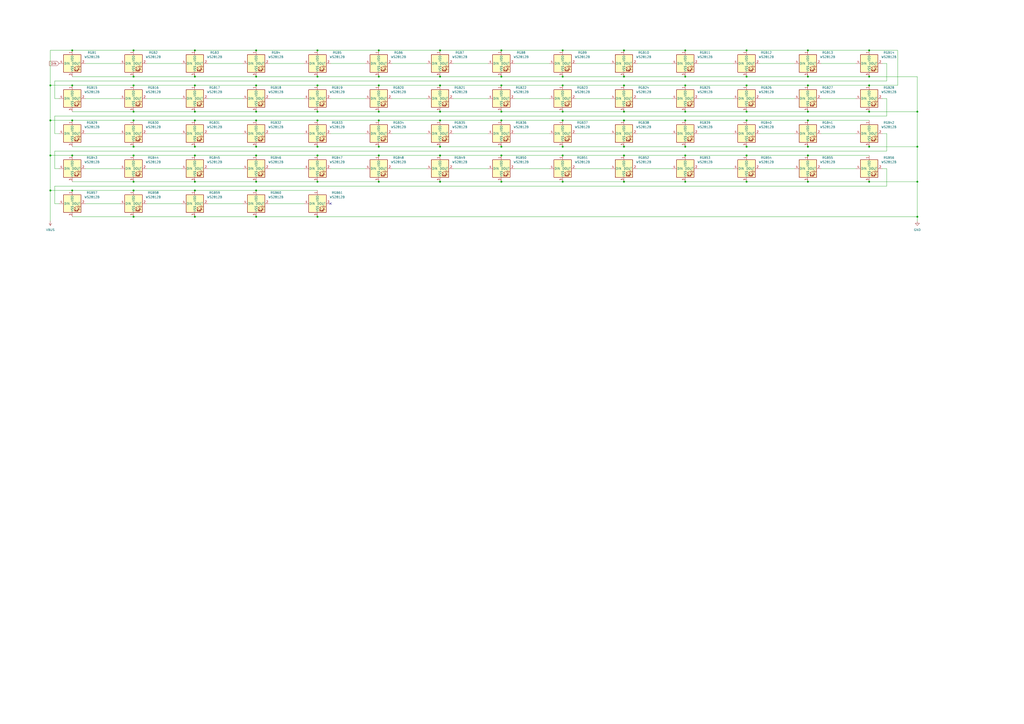
<source format=kicad_sch>
(kicad_sch (version 20231120) (generator "eeschema") (generator_version "8.0")
  (paper "A2")
  (lib_symbols
    (symbol "LED:WS2812B" (pin_names (offset 0.254))
      (property "Reference" "D" (at 5.08 5.715 0))
      (property "Value" "WS2812B" (at 1.27 -5.715 0))
      (symbol "WS2812B_0_0"
        (text "RGB" (at 2.286 -4.191 0) (effects (font (size 0.762 0.762))))
      )
      (symbol "WS2812B_0_1"
        (polyline (pts (xy 1.27 -3.556) (xy 1.778 -3.556)))
        (polyline (pts (xy 1.27 -2.54) (xy 1.778 -2.54)))
        (polyline (pts (xy 4.699 -3.556) (xy 2.667 -3.556)))
        (polyline (pts (xy 2.286 -2.54) (xy 1.27 -3.556) (xy 1.27 -3.048)))
        (polyline (pts (xy 2.286 -1.524) (xy 1.27 -2.54) (xy 1.27 -2.032)))
        (polyline (pts (xy 3.683 -1.016) (xy 3.683 -3.556) (xy 3.683 -4.064)))
        (polyline (pts (xy 4.699 -1.524) (xy 2.667 -1.524) (xy 3.683 -3.556) (xy 4.699 -1.524)))
        (rectangle (start 5.08 5.08) (end -5.08 -5.08) (stroke (width 0.254)) (fill (type background)))
      )
      (symbol "WS2812B_1_1"
        (pin power_in line (at 0 7.62 270) (length 2.54) (name "VDD") (number "1"))
        (pin output line (at 7.62 0 180) (length 2.54) (name "DOUT") (number "2"))
        (pin power_in line (at 0 -7.62 90) (length 2.54) (name "VSS") (number "3"))
        (pin input line (at -7.62 0 0) (length 2.54) (name "DIN") (number "4"))
      )
    )
    (symbol "power:GND" (power) (pin_numbers hide) (pin_names (offset 0) hide)
      (property "Value" "GND" (at 0 -3.81 0))
      (symbol "GND_0_1"
        (polyline (pts (xy 0 0) (xy 0 -1.27) (xy 1.27 -1.27) (xy 0 -2.54) (xy -1.27 -1.27) (xy 0 -1.27)))
      )
      (symbol "GND_1_1"
        (pin power_in line (at 0 0 270) (length 0) (name "~") (number "1"))
      )
    )
    (symbol "power:VBUS" (power) (pin_numbers hide) (pin_names (offset 0) hide)
      (property "Value" "VBUS" (at 0 3.556 0))
      (symbol "VBUS_0_1"
        (polyline (pts (xy -0.762 1.27) (xy 0 2.54)))
        (polyline (pts (xy 0 0) (xy 0 2.54)))
        (polyline (pts (xy 0 2.54) (xy 0.762 1.27)))
      )
      (symbol "VBUS_1_1"
        (pin power_in line (at 0 0 90) (length 0) (name "~") (number "1"))
      )
    )
  )
  (junction (at 77.47 44.45))
  (junction (at 184.15 125.73))
  (junction (at 29.21 90.17))
  (junction (at 113.03 125.73))
  (junction (at 184.15 105.41))
  (junction (at 148.59 105.41))
  (junction (at 148.59 110.49))
  (junction (at 184.15 90.17))
  (junction (at 468.63 105.41))
  (junction (at 41.91 90.17))
  (junction (at 219.71 44.45))
  (junction (at 255.27 49.53))
  (junction (at 290.83 49.53))
  (junction (at 326.39 69.85))
  (junction (at 148.59 85.09))
  (junction (at 113.03 49.53))
  (junction (at 433.07 29.21))
  (junction (at 361.95 85.09))
  (junction (at 255.27 44.45))
  (junction (at 219.71 90.17))
  (junction (at 148.59 90.17))
  (junction (at 361.95 69.85))
  (junction (at 326.39 85.09))
  (junction (at 113.03 44.45))
  (junction (at 148.59 44.45))
  (junction (at 361.95 44.45))
  (junction (at 77.47 85.09))
  (junction (at 148.59 125.73))
  (junction (at 361.95 64.77))
  (junction (at 397.51 69.85))
  (junction (at 468.63 90.17))
  (junction (at 77.47 49.53))
  (junction (at 468.63 69.85))
  (junction (at 148.59 69.85))
  (junction (at 77.47 110.49))
  (junction (at 219.71 49.53))
  (junction (at 397.51 29.21))
  (junction (at 255.27 90.17))
  (junction (at 361.95 90.17))
  (junction (at 184.15 29.21))
  (junction (at 504.19 85.09))
  (junction (at 433.07 44.45))
  (junction (at 468.63 44.45))
  (junction (at 433.07 85.09))
  (junction (at 184.15 64.77))
  (junction (at 29.21 49.53))
  (junction (at 77.47 29.21))
  (junction (at 433.07 90.17))
  (junction (at 113.03 90.17))
  (junction (at 361.95 49.53))
  (junction (at 504.19 64.77))
  (junction (at 290.83 90.17))
  (junction (at 41.91 110.49))
  (junction (at 77.47 125.73))
  (junction (at 433.07 49.53))
  (junction (at 290.83 44.45))
  (junction (at 504.19 49.53))
  (junction (at 29.21 69.85))
  (junction (at 113.03 105.41))
  (junction (at 433.07 69.85))
  (junction (at 290.83 85.09))
  (junction (at 504.19 29.21))
  (junction (at 219.71 29.21))
  (junction (at 113.03 29.21))
  (junction (at 41.91 29.21))
  (junction (at 184.15 49.53))
  (junction (at 113.03 110.49))
  (junction (at 361.95 29.21))
  (junction (at 532.13 85.09))
  (junction (at 113.03 85.09))
  (junction (at 77.47 69.85))
  (junction (at 468.63 49.53))
  (junction (at 290.83 64.77))
  (junction (at 255.27 69.85))
  (junction (at 41.91 69.85))
  (junction (at 532.13 64.77))
  (junction (at 77.47 64.77))
  (junction (at 397.51 44.45))
  (junction (at 397.51 90.17))
  (junction (at 255.27 105.41))
  (junction (at 219.71 85.09))
  (junction (at 433.07 105.41))
  (junction (at 148.59 64.77))
  (junction (at 326.39 64.77))
  (junction (at 219.71 105.41))
  (junction (at 255.27 85.09))
  (junction (at 326.39 105.41))
  (junction (at 255.27 64.77))
  (junction (at 532.13 125.73))
  (junction (at 326.39 29.21))
  (junction (at 184.15 85.09))
  (junction (at 532.13 105.41))
  (junction (at 397.51 64.77))
  (junction (at 397.51 105.41))
  (junction (at 184.15 44.45))
  (junction (at 397.51 49.53))
  (junction (at 326.39 44.45))
  (junction (at 41.91 49.53))
  (junction (at 219.71 64.77))
  (junction (at 433.07 64.77))
  (junction (at 184.15 69.85))
  (junction (at 504.19 44.45))
  (junction (at 148.59 49.53))
  (junction (at 468.63 64.77))
  (junction (at 290.83 29.21))
  (junction (at 290.83 105.41))
  (junction (at 255.27 29.21))
  (junction (at 290.83 69.85))
  (junction (at 29.21 110.49))
  (junction (at 148.59 29.21))
  (junction (at 77.47 90.17))
  (junction (at 113.03 69.85))
  (junction (at 468.63 85.09))
  (junction (at 219.71 69.85))
  (junction (at 468.63 29.21))
  (junction (at 77.47 105.41))
  (junction (at 504.19 105.41))
  (junction (at 326.39 90.17))
  (junction (at 113.03 64.77))
  (junction (at 397.51 85.09))
  (junction (at 326.39 49.53))
  (junction (at 361.95 105.41))
  (no_connect (at 191.77 118.11))
  (wire (pts (xy 219.71 49.53) (xy 255.27 49.53)))
  (wire (pts (xy 49.53 97.79) (xy 69.85 97.79)))
  (wire (pts (xy 31.75 67.31) (xy 31.75 77.47)))
  (wire (pts (xy 433.07 49.53) (xy 468.63 49.53)))
  (wire (pts (xy 29.21 90.17) (xy 29.21 69.85)))
  (wire (pts (xy 29.21 49.53) (xy 29.21 29.21)))
  (wire (pts (xy 85.09 36.83) (xy 105.41 36.83)))
  (wire (pts (xy 219.71 85.09) (xy 255.27 85.09)))
  (wire (pts (xy 326.39 49.53) (xy 361.95 49.53)))
  (wire (pts (xy 433.07 105.41) (xy 468.63 105.41)))
  (wire (pts (xy 405.13 57.15) (xy 425.45 57.15)))
  (wire (pts (xy 361.95 69.85) (xy 397.51 69.85)))
  (wire (pts (xy 361.95 44.45) (xy 397.51 44.45)))
  (wire (pts (xy 514.35 36.83) (xy 514.35 46.99)))
  (wire (pts (xy 514.35 87.63) (xy 31.75 87.63)))
  (wire (pts (xy 148.59 64.77) (xy 184.15 64.77)))
  (wire (pts (xy 41.91 29.21) (xy 77.47 29.21)))
  (wire (pts (xy 440.69 57.15) (xy 461.01 57.15)))
  (wire (pts (xy 511.81 77.47) (xy 514.35 77.47)))
  (wire (pts (xy 476.25 77.47) (xy 496.57 77.47)))
  (wire (pts (xy 77.47 90.17) (xy 113.03 90.17)))
  (wire (pts (xy 191.77 97.79) (xy 212.09 97.79)))
  (wire (pts (xy 255.27 90.17) (xy 290.83 90.17)))
  (wire (pts (xy 440.69 97.79) (xy 461.01 97.79)))
  (wire (pts (xy 504.19 49.53) (xy 520.7 49.53)))
  (wire (pts (xy 41.91 110.49) (xy 77.47 110.49)))
  (wire (pts (xy 184.15 105.41) (xy 219.71 105.41)))
  (wire (pts (xy 148.59 85.09) (xy 184.15 85.09)))
  (wire (pts (xy 520.7 29.21) (xy 520.7 49.53)))
  (wire (pts (xy 148.59 29.21) (xy 184.15 29.21)))
  (wire (pts (xy 326.39 85.09) (xy 361.95 85.09)))
  (wire (pts (xy 85.09 57.15) (xy 105.41 57.15)))
  (wire (pts (xy 148.59 105.41) (xy 184.15 105.41)))
  (wire (pts (xy 433.07 64.77) (xy 468.63 64.77)))
  (wire (pts (xy 41.91 125.73) (xy 77.47 125.73)))
  (wire (pts (xy 227.33 57.15) (xy 247.65 57.15)))
  (wire (pts (xy 397.51 44.45) (xy 433.07 44.45)))
  (wire (pts (xy 113.03 64.77) (xy 148.59 64.77)))
  (wire (pts (xy 85.09 118.11) (xy 105.41 118.11)))
  (wire (pts (xy 148.59 110.49) (xy 184.15 110.49)))
  (wire (pts (xy 255.27 64.77) (xy 290.83 64.77)))
  (wire (pts (xy 41.91 64.77) (xy 77.47 64.77)))
  (wire (pts (xy 511.81 36.83) (xy 514.35 36.83)))
  (wire (pts (xy 504.19 85.09) (xy 532.13 85.09)))
  (wire (pts (xy 184.15 69.85) (xy 219.71 69.85)))
  (wire (pts (xy 326.39 44.45) (xy 361.95 44.45)))
  (wire (pts (xy 298.45 77.47) (xy 318.77 77.47)))
  (wire (pts (xy 41.91 110.49) (xy 29.21 110.49)))
  (wire (pts (xy 326.39 105.41) (xy 361.95 105.41)))
  (wire (pts (xy 255.27 85.09) (xy 290.83 85.09)))
  (wire (pts (xy 77.47 69.85) (xy 113.03 69.85)))
  (wire (pts (xy 369.57 77.47) (xy 389.89 77.47)))
  (wire (pts (xy 532.13 105.41) (xy 532.13 125.73)))
  (wire (pts (xy 468.63 69.85) (xy 504.19 69.85)))
  (wire (pts (xy 468.63 85.09) (xy 504.19 85.09)))
  (wire (pts (xy 29.21 110.49) (xy 29.21 90.17)))
  (wire (pts (xy 148.59 90.17) (xy 184.15 90.17)))
  (wire (pts (xy 334.01 97.79) (xy 354.33 97.79)))
  (wire (pts (xy 290.83 90.17) (xy 326.39 90.17)))
  (wire (pts (xy 113.03 110.49) (xy 148.59 110.49)))
  (wire (pts (xy 184.15 64.77) (xy 219.71 64.77)))
  (wire (pts (xy 433.07 29.21) (xy 468.63 29.21)))
  (wire (pts (xy 255.27 44.45) (xy 290.83 44.45)))
  (wire (pts (xy 326.39 29.21) (xy 361.95 29.21)))
  (wire (pts (xy 255.27 29.21) (xy 290.83 29.21)))
  (wire (pts (xy 504.19 64.77) (xy 532.13 64.77)))
  (wire (pts (xy 29.21 49.53) (xy 41.91 49.53)))
  (wire (pts (xy 405.13 36.83) (xy 425.45 36.83)))
  (wire (pts (xy 361.95 64.77) (xy 397.51 64.77)))
  (wire (pts (xy 41.91 85.09) (xy 77.47 85.09)))
  (wire (pts (xy 113.03 105.41) (xy 148.59 105.41)))
  (wire (pts (xy 191.77 36.83) (xy 212.09 36.83)))
  (wire (pts (xy 148.59 125.73) (xy 184.15 125.73)))
  (wire (pts (xy 120.65 97.79) (xy 140.97 97.79)))
  (wire (pts (xy 532.13 64.77) (xy 532.13 85.09)))
  (wire (pts (xy 29.21 90.17) (xy 41.91 90.17)))
  (wire (pts (xy 397.51 64.77) (xy 433.07 64.77)))
  (wire (pts (xy 262.89 77.47) (xy 283.21 77.47)))
  (wire (pts (xy 49.53 118.11) (xy 69.85 118.11)))
  (wire (pts (xy 77.47 49.53) (xy 113.03 49.53)))
  (wire (pts (xy 405.13 97.79) (xy 425.45 97.79)))
  (wire (pts (xy 361.95 85.09) (xy 397.51 85.09)))
  (wire (pts (xy 113.03 29.21) (xy 148.59 29.21)))
  (wire (pts (xy 85.09 77.47) (xy 105.41 77.47)))
  (wire (pts (xy 113.03 69.85) (xy 148.59 69.85)))
  (wire (pts (xy 361.95 49.53) (xy 397.51 49.53)))
  (wire (pts (xy 227.33 36.83) (xy 247.65 36.83)))
  (wire (pts (xy 219.71 44.45) (xy 255.27 44.45)))
  (wire (pts (xy 433.07 44.45) (xy 468.63 44.45)))
  (wire (pts (xy 120.65 36.83) (xy 140.97 36.83)))
  (wire (pts (xy 113.03 125.73) (xy 148.59 125.73)))
  (wire (pts (xy 31.75 87.63) (xy 31.75 97.79)))
  (wire (pts (xy 290.83 49.53) (xy 326.39 49.53)))
  (wire (pts (xy 433.07 69.85) (xy 468.63 69.85)))
  (wire (pts (xy 532.13 44.45) (xy 532.13 64.77)))
  (wire (pts (xy 511.81 97.79) (xy 514.35 97.79)))
  (wire (pts (xy 156.21 36.83) (xy 176.53 36.83)))
  (wire (pts (xy 290.83 44.45) (xy 326.39 44.45)))
  (wire (pts (xy 334.01 77.47) (xy 354.33 77.47)))
  (wire (pts (xy 77.47 110.49) (xy 113.03 110.49)))
  (wire (pts (xy 361.95 90.17) (xy 397.51 90.17)))
  (wire (pts (xy 405.13 77.47) (xy 425.45 77.47)))
  (wire (pts (xy 514.35 67.31) (xy 31.75 67.31)))
  (wire (pts (xy 262.89 36.83) (xy 283.21 36.83)))
  (wire (pts (xy 468.63 105.41) (xy 504.19 105.41)))
  (wire (pts (xy 85.09 97.79) (xy 105.41 97.79)))
  (wire (pts (xy 77.47 85.09) (xy 113.03 85.09)))
  (wire (pts (xy 219.71 69.85) (xy 255.27 69.85)))
  (wire (pts (xy 49.53 36.83) (xy 69.85 36.83)))
  (wire (pts (xy 219.71 90.17) (xy 255.27 90.17)))
  (wire (pts (xy 77.47 105.41) (xy 113.03 105.41)))
  (wire (pts (xy 156.21 57.15) (xy 176.53 57.15)))
  (wire (pts (xy 532.13 85.09) (xy 532.13 105.41)))
  (wire (pts (xy 440.69 77.47) (xy 461.01 77.47)))
  (wire (pts (xy 184.15 44.45) (xy 219.71 44.45)))
  (wire (pts (xy 191.77 57.15) (xy 212.09 57.15)))
  (wire (pts (xy 476.25 36.83) (xy 496.57 36.83)))
  (wire (pts (xy 433.07 90.17) (xy 468.63 90.17)))
  (wire (pts (xy 504.19 29.21) (xy 520.7 29.21)))
  (wire (pts (xy 184.15 125.73) (xy 532.13 125.73)))
  (wire (pts (xy 184.15 49.53) (xy 219.71 49.53)))
  (wire (pts (xy 31.75 118.11) (xy 34.29 118.11)))
  (wire (pts (xy 290.83 105.41) (xy 326.39 105.41)))
  (wire (pts (xy 41.91 105.41) (xy 77.47 105.41)))
  (wire (pts (xy 219.71 64.77) (xy 255.27 64.77)))
  (wire (pts (xy 148.59 69.85) (xy 184.15 69.85)))
  (wire (pts (xy 148.59 49.53) (xy 184.15 49.53)))
  (wire (pts (xy 120.65 57.15) (xy 140.97 57.15)))
  (wire (pts (xy 262.89 57.15) (xy 283.21 57.15)))
  (wire (pts (xy 397.51 29.21) (xy 433.07 29.21)))
  (wire (pts (xy 255.27 105.41) (xy 290.83 105.41)))
  (wire (pts (xy 184.15 29.21) (xy 219.71 29.21)))
  (wire (pts (xy 191.77 77.47) (xy 212.09 77.47)))
  (wire (pts (xy 326.39 64.77) (xy 361.95 64.77)))
  (wire (pts (xy 41.91 49.53) (xy 77.47 49.53)))
  (wire (pts (xy 113.03 90.17) (xy 148.59 90.17)))
  (wire (pts (xy 334.01 36.83) (xy 354.33 36.83)))
  (wire (pts (xy 113.03 85.09) (xy 148.59 85.09)))
  (wire (pts (xy 148.59 44.45) (xy 184.15 44.45)))
  (wire (pts (xy 262.89 97.79) (xy 283.21 97.79)))
  (wire (pts (xy 514.35 77.47) (xy 514.35 87.63)))
  (wire (pts (xy 41.91 90.17) (xy 77.47 90.17)))
  (wire (pts (xy 77.47 125.73) (xy 113.03 125.73)))
  (wire (pts (xy 369.57 36.83) (xy 389.89 36.83)))
  (wire (pts (xy 298.45 36.83) (xy 318.77 36.83)))
  (wire (pts (xy 156.21 97.79) (xy 176.53 97.79)))
  (wire (pts (xy 29.21 69.85) (xy 29.21 49.53)))
  (wire (pts (xy 504.19 105.41) (xy 532.13 105.41)))
  (wire (pts (xy 476.25 97.79) (xy 496.57 97.79)))
  (wire (pts (xy 290.83 69.85) (xy 326.39 69.85)))
  (wire (pts (xy 532.13 125.73) (xy 532.13 128.27)))
  (wire (pts (xy 184.15 85.09) (xy 219.71 85.09)))
  (wire (pts (xy 31.75 57.15) (xy 34.29 57.15)))
  (wire (pts (xy 397.51 90.17) (xy 433.07 90.17)))
  (wire (pts (xy 468.63 64.77) (xy 504.19 64.77)))
  (wire (pts (xy 219.71 29.21) (xy 255.27 29.21)))
  (wire (pts (xy 31.75 107.95) (xy 514.35 107.95)))
  (wire (pts (xy 31.75 97.79) (xy 34.29 97.79)))
  (wire (pts (xy 504.19 44.45) (xy 532.13 44.45)))
  (wire (pts (xy 397.51 69.85) (xy 433.07 69.85)))
  (wire (pts (xy 29.21 29.21) (xy 41.91 29.21)))
  (wire (pts (xy 219.71 105.41) (xy 255.27 105.41)))
  (wire (pts (xy 29.21 69.85) (xy 41.91 69.85)))
  (wire (pts (xy 29.21 110.49) (xy 29.21 128.27)))
  (wire (pts (xy 397.51 105.41) (xy 433.07 105.41)))
  (wire (pts (xy 514.35 46.99) (xy 31.75 46.99)))
  (wire (pts (xy 334.01 57.15) (xy 354.33 57.15)))
  (wire (pts (xy 476.25 57.15) (xy 496.57 57.15)))
  (wire (pts (xy 41.91 44.45) (xy 77.47 44.45)))
  (wire (pts (xy 511.81 57.15) (xy 514.35 57.15)))
  (wire (pts (xy 31.75 46.99) (xy 31.75 57.15)))
  (wire (pts (xy 255.27 69.85) (xy 290.83 69.85)))
  (wire (pts (xy 31.75 77.47) (xy 34.29 77.47)))
  (wire (pts (xy 397.51 85.09) (xy 433.07 85.09)))
  (wire (pts (xy 49.53 57.15) (xy 69.85 57.15)))
  (wire (pts (xy 77.47 44.45) (xy 113.03 44.45)))
  (wire (pts (xy 468.63 90.17) (xy 504.19 90.17)))
  (wire (pts (xy 41.91 69.85) (xy 77.47 69.85)))
  (wire (pts (xy 156.21 118.11) (xy 176.53 118.11)))
  (wire (pts (xy 468.63 29.21) (xy 504.19 29.21)))
  (wire (pts (xy 255.27 49.53) (xy 290.83 49.53)))
  (wire (pts (xy 227.33 77.47) (xy 247.65 77.47)))
  (wire (pts (xy 31.75 107.95) (xy 31.75 118.11)))
  (wire (pts (xy 514.35 57.15) (xy 514.35 67.31)))
  (wire (pts (xy 440.69 36.83) (xy 461.01 36.83)))
  (wire (pts (xy 468.63 44.45) (xy 504.19 44.45)))
  (wire (pts (xy 156.21 77.47) (xy 176.53 77.47)))
  (wire (pts (xy 290.83 29.21) (xy 326.39 29.21)))
  (wire (pts (xy 397.51 49.53) (xy 433.07 49.53)))
  (wire (pts (xy 298.45 57.15) (xy 318.77 57.15)))
  (wire (pts (xy 120.65 118.11) (xy 140.97 118.11)))
  (wire (pts (xy 361.95 105.41) (xy 397.51 105.41)))
  (wire (pts (xy 369.57 57.15) (xy 389.89 57.15)))
  (wire (pts (xy 514.35 97.79) (xy 514.35 107.95)))
  (wire (pts (xy 298.45 97.79) (xy 318.77 97.79)))
  (wire (pts (xy 468.63 49.53) (xy 504.19 49.53)))
  (wire (pts (xy 77.47 29.21) (xy 113.03 29.21)))
  (wire (pts (xy 361.95 29.21) (xy 397.51 29.21)))
  (wire (pts (xy 49.53 77.47) (xy 69.85 77.47)))
  (wire (pts (xy 369.57 97.79) (xy 389.89 97.79)))
  (wire (pts (xy 120.65 77.47) (xy 140.97 77.47)))
  (wire (pts (xy 433.07 85.09) (xy 468.63 85.09)))
  (wire (pts (xy 290.83 85.09) (xy 326.39 85.09)))
  (wire (pts (xy 184.15 90.17) (xy 219.71 90.17)))
  (wire (pts (xy 326.39 90.17) (xy 361.95 90.17)))
  (wire (pts (xy 227.33 97.79) (xy 247.65 97.79)))
  (wire (pts (xy 113.03 44.45) (xy 148.59 44.45)))
  (wire (pts (xy 77.47 64.77) (xy 113.03 64.77)))
  (wire (pts (xy 290.83 64.77) (xy 326.39 64.77)))
  (wire (pts (xy 326.39 69.85) (xy 361.95 69.85)))
  (wire (pts (xy 113.03 49.53) (xy 148.59 49.53)))
  (global_label "DIN" (shape input) (at 34.29 36.83 180) (property "Intersheetrefs" "${INTERSHEET_REFS}" (effects (hide yes))))
  (symbol (lib_id "LED:WS2812B") (at 184.15 57.15 0) (unit 1)
    (property "Reference" "RGB19" (at 195.58 50.8314 0))
    (property "Value" "WS2812B" (at 195.58 53.3714 0))
    (property "Footprint" "PH60:WS2812B_Reverse" (effects (hide yes)))
    (property "Datasheet" "https://cdn-shop.adafruit.com/datasheets/WS2812B.pdf" (effects (hide yes)))
    (property "Description" "RGB LED with integrated controller" (effects (hide yes)))
  )
  (symbol (lib_id "LED:WS2812B") (at 41.91 77.47 0) (unit 1)
    (property "Reference" "RGB29" (at 53.34 71.1514 0))
    (property "Value" "WS2812B" (at 53.34 73.6914 0))
    (property "Footprint" "PH60:WS2812B_Reverse" (effects (hide yes)))
    (property "Datasheet" "https://cdn-shop.adafruit.com/datasheets/WS2812B.pdf" (effects (hide yes)))
    (property "Description" "RGB LED with integrated controller" (effects (hide yes)))
  )
  (symbol (lib_id "LED:WS2812B") (at 184.15 97.79 0) (unit 1)
    (property "Reference" "RGB47" (at 195.58 91.4714 0))
    (property "Value" "WS2812B" (at 195.58 94.0114 0))
    (property "Footprint" "PH60:WS2812B_Reverse" (effects (hide yes)))
    (property "Datasheet" "https://cdn-shop.adafruit.com/datasheets/WS2812B.pdf" (effects (hide yes)))
    (property "Description" "RGB LED with integrated controller" (effects (hide yes)))
  )
  (symbol (lib_id "LED:WS2812B") (at 397.51 97.79 0) (unit 1)
    (property "Reference" "RGB53" (at 408.94 91.4714 0))
    (property "Value" "WS2812B" (at 408.94 94.0114 0))
    (property "Footprint" "PH60:WS2812B_Reverse" (effects (hide yes)))
    (property "Datasheet" "https://cdn-shop.adafruit.com/datasheets/WS2812B.pdf" (effects (hide yes)))
    (property "Description" "RGB LED with integrated controller" (effects (hide yes)))
  )
  (symbol (lib_id "LED:WS2812B") (at 77.47 97.79 0) (unit 1)
    (property "Reference" "RGB44" (at 88.9 91.4714 0))
    (property "Value" "WS2812B" (at 88.9 94.0114 0))
    (property "Footprint" "PH60:WS2812B_Reverse" (effects (hide yes)))
    (property "Datasheet" "https://cdn-shop.adafruit.com/datasheets/WS2812B.pdf" (effects (hide yes)))
    (property "Description" "RGB LED with integrated controller" (effects (hide yes)))
  )
  (symbol (lib_id "LED:WS2812B") (at 361.95 97.79 0) (unit 1)
    (property "Reference" "RGB52" (at 373.38 91.4714 0))
    (property "Value" "WS2812B" (at 373.38 94.0114 0))
    (property "Footprint" "PH60:WS2812B_Reverse" (effects (hide yes)))
    (property "Datasheet" "https://cdn-shop.adafruit.com/datasheets/WS2812B.pdf" (effects (hide yes)))
    (property "Description" "RGB LED with integrated controller" (effects (hide yes)))
  )
  (symbol (lib_id "LED:WS2812B") (at 468.63 57.15 0) (unit 1)
    (property "Reference" "RGB27" (at 480.06 50.8314 0))
    (property "Value" "WS2812B" (at 480.06 53.3714 0))
    (property "Footprint" "PH60:WS2812B_Reverse" (effects (hide yes)))
    (property "Datasheet" "https://cdn-shop.adafruit.com/datasheets/WS2812B.pdf" (effects (hide yes)))
    (property "Description" "RGB LED with integrated controller" (effects (hide yes)))
  )
  (symbol (lib_id "LED:WS2812B") (at 184.15 118.11 0) (unit 1)
    (property "Reference" "RGB61" (at 195.58 111.7914 0))
    (property "Value" "WS2812B" (at 195.58 114.3314 0))
    (property "Footprint" "PH60:WS2812B_Reverse" (effects (hide yes)))
    (property "Datasheet" "https://cdn-shop.adafruit.com/datasheets/WS2812B.pdf" (effects (hide yes)))
    (property "Description" "RGB LED with integrated controller" (effects (hide yes)))
  )
  (symbol (lib_id "LED:WS2812B") (at 219.71 77.47 0) (unit 1)
    (property "Reference" "RGB34" (at 231.14 71.1514 0))
    (property "Value" "WS2812B" (at 231.14 73.6914 0))
    (property "Footprint" "PH60:WS2812B_Reverse" (effects (hide yes)))
    (property "Datasheet" "https://cdn-shop.adafruit.com/datasheets/WS2812B.pdf" (effects (hide yes)))
    (property "Description" "RGB LED with integrated controller" (effects (hide yes)))
  )
  (symbol (lib_id "LED:WS2812B") (at 41.91 118.11 0) (unit 1)
    (property "Reference" "RGB57" (at 53.34 111.7914 0))
    (property "Value" "WS2812B" (at 53.34 114.3314 0))
    (property "Footprint" "PH60:WS2812B_Reverse" (effects (hide yes)))
    (property "Datasheet" "https://cdn-shop.adafruit.com/datasheets/WS2812B.pdf" (effects (hide yes)))
    (property "Description" "RGB LED with integrated controller" (effects (hide yes)))
  )
  (symbol (lib_id "LED:WS2812B") (at 326.39 36.83 0) (unit 1)
    (property "Reference" "RGB9" (at 337.82 30.5114 0))
    (property "Value" "WS2812B" (at 337.82 33.0514 0))
    (property "Footprint" "PH60:WS2812B_Reverse" (effects (hide yes)))
    (property "Datasheet" "https://cdn-shop.adafruit.com/datasheets/WS2812B.pdf" (effects (hide yes)))
    (property "Description" "RGB LED with integrated controller" (effects (hide yes)))
  )
  (symbol (lib_id "LED:WS2812B") (at 433.07 36.83 0) (unit 1)
    (property "Reference" "RGB12" (at 444.5 30.5114 0))
    (property "Value" "WS2812B" (at 444.5 33.0514 0))
    (property "Footprint" "PH60:WS2812B_Reverse" (effects (hide yes)))
    (property "Datasheet" "https://cdn-shop.adafruit.com/datasheets/WS2812B.pdf" (effects (hide yes)))
    (property "Description" "RGB LED with integrated controller" (effects (hide yes)))
  )
  (symbol (lib_id "LED:WS2812B") (at 255.27 36.83 0) (unit 1)
    (property "Reference" "RGB7" (at 266.7 30.5114 0))
    (property "Value" "WS2812B" (at 266.7 33.0514 0))
    (property "Footprint" "PH60:WS2812B_Reverse" (effects (hide yes)))
    (property "Datasheet" "https://cdn-shop.adafruit.com/datasheets/WS2812B.pdf" (effects (hide yes)))
    (property "Description" "RGB LED with integrated controller" (effects (hide yes)))
  )
  (symbol (lib_id "LED:WS2812B") (at 504.19 36.83 0) (unit 1)
    (property "Reference" "RGB14" (at 515.62 30.5114 0))
    (property "Value" "WS2812B" (at 515.62 33.0514 0))
    (property "Footprint" "PH60:WS2812B_Reverse" (effects (hide yes)))
    (property "Datasheet" "https://cdn-shop.adafruit.com/datasheets/WS2812B.pdf" (effects (hide yes)))
    (property "Description" "RGB LED with integrated controller" (effects (hide yes)))
  )
  (symbol (lib_id "LED:WS2812B") (at 361.95 57.15 0) (unit 1)
    (property "Reference" "RGB24" (at 373.38 50.8314 0))
    (property "Value" "WS2812B" (at 373.38 53.3714 0))
    (property "Footprint" "PH60:WS2812B_Reverse" (effects (hide yes)))
    (property "Datasheet" "https://cdn-shop.adafruit.com/datasheets/WS2812B.pdf" (effects (hide yes)))
    (property "Description" "RGB LED with integrated controller" (effects (hide yes)))
  )
  (symbol (lib_id "LED:WS2812B") (at 184.15 36.83 0) (unit 1)
    (property "Reference" "RGB5" (at 195.58 30.5114 0))
    (property "Value" "WS2812B" (at 195.58 33.0514 0))
    (property "Footprint" "PH60:WS2812B_Reverse" (effects (hide yes)))
    (property "Datasheet" "https://cdn-shop.adafruit.com/datasheets/WS2812B.pdf" (effects (hide yes)))
    (property "Description" "RGB LED with integrated controller" (effects (hide yes)))
  )
  (symbol (lib_id "LED:WS2812B") (at 468.63 77.47 0) (unit 1)
    (property "Reference" "RGB41" (at 480.06 71.1514 0))
    (property "Value" "WS2812B" (at 480.06 73.6914 0))
    (property "Footprint" "PH60:WS2812B_Reverse" (effects (hide yes)))
    (property "Datasheet" "https://cdn-shop.adafruit.com/datasheets/WS2812B.pdf" (effects (hide yes)))
    (property "Description" "RGB LED with integrated controller" (effects (hide yes)))
  )
  (symbol (lib_id "LED:WS2812B") (at 255.27 57.15 0) (unit 1)
    (property "Reference" "RGB21" (at 266.7 50.8314 0))
    (property "Value" "WS2812B" (at 266.7 53.3714 0))
    (property "Footprint" "PH60:WS2812B_Reverse" (effects (hide yes)))
    (property "Datasheet" "https://cdn-shop.adafruit.com/datasheets/WS2812B.pdf" (effects (hide yes)))
    (property "Description" "RGB LED with integrated controller" (effects (hide yes)))
  )
  (symbol (lib_id "LED:WS2812B") (at 148.59 57.15 0) (unit 1)
    (property "Reference" "RGB18" (at 160.02 50.8314 0))
    (property "Value" "WS2812B" (at 160.02 53.3714 0))
    (property "Footprint" "PH60:WS2812B_Reverse" (effects (hide yes)))
    (property "Datasheet" "https://cdn-shop.adafruit.com/datasheets/WS2812B.pdf" (effects (hide yes)))
    (property "Description" "RGB LED with integrated controller" (effects (hide yes)))
  )
  (symbol (lib_id "LED:WS2812B") (at 433.07 57.15 0) (unit 1)
    (property "Reference" "RGB26" (at 444.5 50.8314 0))
    (property "Value" "WS2812B" (at 444.5 53.3714 0))
    (property "Footprint" "PH60:WS2812B_Reverse" (effects (hide yes)))
    (property "Datasheet" "https://cdn-shop.adafruit.com/datasheets/WS2812B.pdf" (effects (hide yes)))
    (property "Description" "RGB LED with integrated controller" (effects (hide yes)))
  )
  (symbol (lib_id "LED:WS2812B") (at 113.03 57.15 0) (unit 1)
    (property "Reference" "RGB17" (at 124.46 50.8314 0))
    (property "Value" "WS2812B" (at 124.46 53.3714 0))
    (property "Footprint" "PH60:WS2812B_Reverse" (effects (hide yes)))
    (property "Datasheet" "https://cdn-shop.adafruit.com/datasheets/WS2812B.pdf" (effects (hide yes)))
    (property "Description" "RGB LED with integrated controller" (effects (hide yes)))
  )
  (symbol (lib_id "LED:WS2812B") (at 290.83 36.83 0) (unit 1)
    (property "Reference" "RGB8" (at 302.26 30.5114 0))
    (property "Value" "WS2812B" (at 302.26 33.0514 0))
    (property "Footprint" "PH60:WS2812B_Reverse" (effects (hide yes)))
    (property "Datasheet" "https://cdn-shop.adafruit.com/datasheets/WS2812B.pdf" (effects (hide yes)))
    (property "Description" "RGB LED with integrated controller" (effects (hide yes)))
  )
  (symbol (lib_id "LED:WS2812B") (at 77.47 57.15 0) (unit 1)
    (property "Reference" "RGB16" (at 88.9 50.8314 0))
    (property "Value" "WS2812B" (at 88.9 53.3714 0))
    (property "Footprint" "PH60:WS2812B_Reverse" (effects (hide yes)))
    (property "Datasheet" "https://cdn-shop.adafruit.com/datasheets/WS2812B.pdf" (effects (hide yes)))
    (property "Description" "RGB LED with integrated controller" (effects (hide yes)))
  )
  (symbol (lib_id "LED:WS2812B") (at 41.91 97.79 0) (unit 1)
    (property "Reference" "RGB43" (at 53.34 91.4714 0))
    (property "Value" "WS2812B" (at 53.34 94.0114 0))
    (property "Footprint" "PH60:WS2812B_Reverse" (effects (hide yes)))
    (property "Datasheet" "https://cdn-shop.adafruit.com/datasheets/WS2812B.pdf" (effects (hide yes)))
    (property "Description" "RGB LED with integrated controller" (effects (hide yes)))
  )
  (symbol (lib_id "LED:WS2812B") (at 77.47 77.47 0) (unit 1)
    (property "Reference" "RGB30" (at 88.9 71.1514 0))
    (property "Value" "WS2812B" (at 88.9 73.6914 0))
    (property "Footprint" "PH60:WS2812B_Reverse" (effects (hide yes)))
    (property "Datasheet" "https://cdn-shop.adafruit.com/datasheets/WS2812B.pdf" (effects (hide yes)))
    (property "Description" "RGB LED with integrated controller" (effects (hide yes)))
  )
  (symbol (lib_id "LED:WS2812B") (at 41.91 57.15 0) (unit 1)
    (property "Reference" "RGB15" (at 53.34 50.8314 0))
    (property "Value" "WS2812B" (at 53.34 53.3714 0))
    (property "Footprint" "PH60:WS2812B_Reverse" (effects (hide yes)))
    (property "Datasheet" "https://cdn-shop.adafruit.com/datasheets/WS2812B.pdf" (effects (hide yes)))
    (property "Description" "RGB LED with integrated controller" (effects (hide yes)))
  )
  (symbol (lib_id "LED:WS2812B") (at 361.95 36.83 0) (unit 1)
    (property "Reference" "RGB10" (at 373.38 30.5114 0))
    (property "Value" "WS2812B" (at 373.38 33.0514 0))
    (property "Footprint" "PH60:WS2812B_Reverse" (effects (hide yes)))
    (property "Datasheet" "https://cdn-shop.adafruit.com/datasheets/WS2812B.pdf" (effects (hide yes)))
    (property "Description" "RGB LED with integrated controller" (effects (hide yes)))
  )
  (symbol (lib_id "LED:WS2812B") (at 219.71 36.83 0) (unit 1)
    (property "Reference" "RGB6" (at 231.14 30.5114 0))
    (property "Value" "WS2812B" (at 231.14 33.0514 0))
    (property "Footprint" "PH60:WS2812B_Reverse" (effects (hide yes)))
    (property "Datasheet" "https://cdn-shop.adafruit.com/datasheets/WS2812B.pdf" (effects (hide yes)))
    (property "Description" "RGB LED with integrated controller" (effects (hide yes)))
  )
  (symbol (lib_id "LED:WS2812B") (at 468.63 36.83 0) (unit 1)
    (property "Reference" "RGB13" (at 480.06 30.5114 0))
    (property "Value" "WS2812B" (at 480.06 33.0514 0))
    (property "Footprint" "PH60:WS2812B_Reverse" (effects (hide yes)))
    (property "Datasheet" "https://cdn-shop.adafruit.com/datasheets/WS2812B.pdf" (effects (hide yes)))
    (property "Description" "RGB LED with integrated controller" (effects (hide yes)))
  )
  (symbol (lib_id "LED:WS2812B") (at 290.83 77.47 0) (unit 1)
    (property "Reference" "RGB36" (at 302.26 71.1514 0))
    (property "Value" "WS2812B" (at 302.26 73.6914 0))
    (property "Footprint" "PH60:WS2812B_Reverse" (effects (hide yes)))
    (property "Datasheet" "https://cdn-shop.adafruit.com/datasheets/WS2812B.pdf" (effects (hide yes)))
    (property "Description" "RGB LED with integrated controller" (effects (hide yes)))
  )
  (symbol (lib_id "LED:WS2812B") (at 113.03 36.83 0) (unit 1)
    (property "Reference" "RGB3" (at 124.46 30.5114 0))
    (property "Value" "WS2812B" (at 124.46 33.0514 0))
    (property "Footprint" "PH60:WS2812B_Reverse" (effects (hide yes)))
    (property "Datasheet" "https://cdn-shop.adafruit.com/datasheets/WS2812B.pdf" (effects (hide yes)))
    (property "Description" "RGB LED with integrated controller" (effects (hide yes)))
  )
  (symbol (lib_id "LED:WS2812B") (at 77.47 118.11 0) (unit 1)
    (property "Reference" "RGB58" (at 88.9 111.7914 0))
    (property "Value" "WS2812B" (at 88.9 114.3314 0))
    (property "Footprint" "PH60:WS2812B_Reverse" (effects (hide yes)))
    (property "Datasheet" "https://cdn-shop.adafruit.com/datasheets/WS2812B.pdf" (effects (hide yes)))
    (property "Description" "RGB LED with integrated controller" (effects (hide yes)))
  )
  (symbol (lib_id "LED:WS2812B") (at 219.71 57.15 0) (unit 1)
    (property "Reference" "RGB20" (at 231.14 50.8314 0))
    (property "Value" "WS2812B" (at 231.14 53.3714 0))
    (property "Footprint" "PH60:WS2812B_Reverse" (effects (hide yes)))
    (property "Datasheet" "https://cdn-shop.adafruit.com/datasheets/WS2812B.pdf" (effects (hide yes)))
    (property "Description" "RGB LED with integrated controller" (effects (hide yes)))
  )
  (symbol (lib_id "LED:WS2812B") (at 397.51 36.83 0) (unit 1)
    (property "Reference" "RGB11" (at 408.94 30.5114 0))
    (property "Value" "WS2812B" (at 408.94 33.0514 0))
    (property "Footprint" "PH60:WS2812B_Reverse" (effects (hide yes)))
    (property "Datasheet" "https://cdn-shop.adafruit.com/datasheets/WS2812B.pdf" (effects (hide yes)))
    (property "Description" "RGB LED with integrated controller" (effects (hide yes)))
  )
  (symbol (lib_id "LED:WS2812B") (at 397.51 57.15 0) (unit 1)
    (property "Reference" "RGB25" (at 408.94 50.8314 0))
    (property "Value" "WS2812B" (at 408.94 53.3714 0))
    (property "Footprint" "PH60:WS2812B_Reverse" (effects (hide yes)))
    (property "Datasheet" "https://cdn-shop.adafruit.com/datasheets/WS2812B.pdf" (effects (hide yes)))
    (property "Description" "RGB LED with integrated controller" (effects (hide yes)))
  )
  (symbol (lib_id "LED:WS2812B") (at 113.03 97.79 0) (unit 1)
    (property "Reference" "RGB45" (at 124.46 91.4714 0))
    (property "Value" "WS2812B" (at 124.46 94.0114 0))
    (property "Footprint" "PH60:WS2812B_Reverse" (effects (hide yes)))
    (property "Datasheet" "https://cdn-shop.adafruit.com/datasheets/WS2812B.pdf" (effects (hide yes)))
    (property "Description" "RGB LED with integrated controller" (effects (hide yes)))
  )
  (symbol (lib_id "LED:WS2812B") (at 41.91 36.83 0) (unit 1)
    (property "Reference" "RGB1" (at 53.34 30.5114 0))
    (property "Value" "WS2812B" (at 53.34 33.0514 0))
    (property "Footprint" "PH60:WS2812B_Reverse" (effects (hide yes)))
    (property "Datasheet" "https://cdn-shop.adafruit.com/datasheets/WS2812B.pdf" (effects (hide yes)))
    (property "Description" "RGB LED with integrated controller" (effects (hide yes)))
  )
  (symbol (lib_id "LED:WS2812B") (at 504.19 57.15 0) (unit 1)
    (property "Reference" "RGB28" (at 515.62 50.8314 0))
    (property "Value" "WS2812B" (at 515.62 53.3714 0))
    (property "Footprint" "PH60:WS2812B_Reverse" (effects (hide yes)))
    (property "Datasheet" "https://cdn-shop.adafruit.com/datasheets/WS2812B.pdf" (effects (hide yes)))
    (property "Description" "RGB LED with integrated controller" (effects (hide yes)))
  )
  (symbol (lib_id "LED:WS2812B") (at 148.59 97.79 0) (unit 1)
    (property "Reference" "RGB46" (at 160.02 91.4714 0))
    (property "Value" "WS2812B" (at 160.02 94.0114 0))
    (property "Footprint" "PH60:WS2812B_Reverse" (effects (hide yes)))
    (property "Datasheet" "https://cdn-shop.adafruit.com/datasheets/WS2812B.pdf" (effects (hide yes)))
    (property "Description" "RGB LED with integrated controller" (effects (hide yes)))
  )
  (symbol (lib_id "LED:WS2812B") (at 290.83 57.15 0) (unit 1)
    (property "Reference" "RGB22" (at 302.26 50.8314 0))
    (property "Value" "WS2812B" (at 302.26 53.3714 0))
    (property "Footprint" "PH60:WS2812B_Reverse" (effects (hide yes)))
    (property "Datasheet" "https://cdn-shop.adafruit.com/datasheets/WS2812B.pdf" (effects (hide yes)))
    (property "Description" "RGB LED with integrated controller" (effects (hide yes)))
  )
  (symbol (lib_id "LED:WS2812B") (at 77.47 36.83 0) (unit 1)
    (property "Reference" "RGB2" (at 88.9 30.5114 0))
    (property "Value" "WS2812B" (at 88.9 33.0514 0))
    (property "Footprint" "PH60:WS2812B_Reverse" (effects (hide yes)))
    (property "Datasheet" "https://cdn-shop.adafruit.com/datasheets/WS2812B.pdf" (effects (hide yes)))
    (property "Description" "RGB LED with integrated controller" (effects (hide yes)))
  )
  (symbol (lib_id "power:GND") (at 532.13 128.27 0) (unit 1)
    (property "Reference" "#PWR025" (effects (hide yes)))
    (property "Value" "GND" (at 532.13 133.35 0))
    (property "Description" "Power symbol creates a global label with name \"GND\" , ground" (effects (hide yes)))
  )
  (symbol (lib_id "LED:WS2812B") (at 255.27 77.47 0) (unit 1)
    (property "Reference" "RGB35" (at 266.7 71.1514 0))
    (property "Value" "WS2812B" (at 266.7 73.6914 0))
    (property "Footprint" "PH60:WS2812B_Reverse" (effects (hide yes)))
    (property "Datasheet" "https://cdn-shop.adafruit.com/datasheets/WS2812B.pdf" (effects (hide yes)))
    (property "Description" "RGB LED with integrated controller" (effects (hide yes)))
  )
  (symbol (lib_id "LED:WS2812B") (at 113.03 77.47 0) (unit 1)
    (property "Reference" "RGB31" (at 124.46 71.1514 0))
    (property "Value" "WS2812B" (at 124.46 73.6914 0))
    (property "Footprint" "PH60:WS2812B_Reverse" (effects (hide yes)))
    (property "Datasheet" "https://cdn-shop.adafruit.com/datasheets/WS2812B.pdf" (effects (hide yes)))
    (property "Description" "RGB LED with integrated controller" (effects (hide yes)))
  )
  (symbol (lib_id "LED:WS2812B") (at 361.95 77.47 0) (unit 1)
    (property "Reference" "RGB38" (at 373.38 71.1514 0))
    (property "Value" "WS2812B" (at 373.38 73.6914 0))
    (property "Footprint" "PH60:WS2812B_Reverse" (effects (hide yes)))
    (property "Datasheet" "https://cdn-shop.adafruit.com/datasheets/WS2812B.pdf" (effects (hide yes)))
    (property "Description" "RGB LED with integrated controller" (effects (hide yes)))
  )
  (symbol (lib_id "LED:WS2812B") (at 468.63 97.79 0) (unit 1)
    (property "Reference" "RGB55" (at 480.06 91.4714 0))
    (property "Value" "WS2812B" (at 480.06 94.0114 0))
    (property "Footprint" "PH60:WS2812B_Reverse" (effects (hide yes)))
    (property "Datasheet" "https://cdn-shop.adafruit.com/datasheets/WS2812B.pdf" (effects (hide yes)))
    (property "Description" "RGB LED with integrated controller" (effects (hide yes)))
  )
  (symbol (lib_id "LED:WS2812B") (at 113.03 118.11 0) (unit 1)
    (property "Reference" "RGB59" (at 124.46 111.7914 0))
    (property "Value" "WS2812B" (at 124.46 114.3314 0))
    (property "Footprint" "PH60:WS2812B_Reverse" (effects (hide yes)))
    (property "Datasheet" "https://cdn-shop.adafruit.com/datasheets/WS2812B.pdf" (effects (hide yes)))
    (property "Description" "RGB LED with integrated controller" (effects (hide yes)))
  )
  (symbol (lib_id "LED:WS2812B") (at 326.39 77.47 0) (unit 1)
    (property "Reference" "RGB37" (at 337.82 71.1514 0))
    (property "Value" "WS2812B" (at 337.82 73.6914 0))
    (property "Footprint" "PH60:WS2812B_Reverse" (effects (hide yes)))
    (property "Datasheet" "https://cdn-shop.adafruit.com/datasheets/WS2812B.pdf" (effects (hide yes)))
    (property "Description" "RGB LED with integrated controller" (effects (hide yes)))
  )
  (symbol (lib_id "LED:WS2812B") (at 433.07 97.79 0) (unit 1)
    (property "Reference" "RGB54" (at 444.5 91.4714 0))
    (property "Value" "WS2812B" (at 444.5 94.0114 0))
    (property "Footprint" "PH60:WS2812B_Reverse" (effects (hide yes)))
    (property "Datasheet" "https://cdn-shop.adafruit.com/datasheets/WS2812B.pdf" (effects (hide yes)))
    (property "Description" "RGB LED with integrated controller" (effects (hide yes)))
  )
  (symbol (lib_id "LED:WS2812B") (at 326.39 97.79 0) (unit 1)
    (property "Reference" "RGB51" (at 337.82 91.4714 0))
    (property "Value" "WS2812B" (at 337.82 94.0114 0))
    (property "Footprint" "PH60:WS2812B_Reverse" (effects (hide yes)))
    (property "Datasheet" "https://cdn-shop.adafruit.com/datasheets/WS2812B.pdf" (effects (hide yes)))
    (property "Description" "RGB LED with integrated controller" (effects (hide yes)))
  )
  (symbol (lib_id "LED:WS2812B") (at 255.27 97.79 0) (unit 1)
    (property "Reference" "RGB49" (at 266.7 91.4714 0))
    (property "Value" "WS2812B" (at 266.7 94.0114 0))
    (property "Footprint" "PH60:WS2812B_Reverse" (effects (hide yes)))
    (property "Datasheet" "https://cdn-shop.adafruit.com/datasheets/WS2812B.pdf" (effects (hide yes)))
    (property "Description" "RGB LED with integrated controller" (effects (hide yes)))
  )
  (symbol (lib_id "LED:WS2812B") (at 397.51 77.47 0) (unit 1)
    (property "Reference" "RGB39" (at 408.94 71.1514 0))
    (property "Value" "WS2812B" (at 408.94 73.6914 0))
    (property "Footprint" "PH60:WS2812B_Reverse" (effects (hide yes)))
    (property "Datasheet" "https://cdn-shop.adafruit.com/datasheets/WS2812B.pdf" (effects (hide yes)))
    (property "Description" "RGB LED with integrated controller" (effects (hide yes)))
  )
  (symbol (lib_id "power:VBUS") (at 29.21 128.27 180) (unit 1)
    (property "Reference" "#PWR024" (effects (hide yes)))
    (property "Value" "VBUS" (at 29.21 133.35 0))
    (property "Description" "Power symbol creates a global label with name \"VBUS\"" (effects (hide yes)))
  )
  (symbol (lib_id "LED:WS2812B") (at 290.83 97.79 0) (unit 1)
    (property "Reference" "RGB50" (at 302.26 91.4714 0))
    (property "Value" "WS2812B" (at 302.26 94.0114 0))
    (property "Footprint" "PH60:WS2812B_Reverse" (effects (hide yes)))
    (property "Datasheet" "https://cdn-shop.adafruit.com/datasheets/WS2812B.pdf" (effects (hide yes)))
    (property "Description" "RGB LED with integrated controller" (effects (hide yes)))
  )
  (symbol (lib_id "LED:WS2812B") (at 148.59 118.11 0) (unit 1)
    (property "Reference" "RGB60" (at 160.02 111.7914 0))
    (property "Value" "WS2812B" (at 160.02 114.3314 0))
    (property "Footprint" "PH60:WS2812B_Reverse" (effects (hide yes)))
    (property "Datasheet" "https://cdn-shop.adafruit.com/datasheets/WS2812B.pdf" (effects (hide yes)))
    (property "Description" "RGB LED with integrated controller" (effects (hide yes)))
  )
  (symbol (lib_id "LED:WS2812B") (at 219.71 97.79 0) (unit 1)
    (property "Reference" "RGB48" (at 231.14 91.4714 0))
    (property "Value" "WS2812B" (at 231.14 94.0114 0))
    (property "Footprint" "PH60:WS2812B_Reverse" (effects (hide yes)))
    (property "Datasheet" "https://cdn-shop.adafruit.com/datasheets/WS2812B.pdf" (effects (hide yes)))
    (property "Description" "RGB LED with integrated controller" (effects (hide yes)))
  )
  (symbol (lib_id "LED:WS2812B") (at 148.59 36.83 0) (unit 1)
    (property "Reference" "RGB4" (at 160.02 30.5114 0))
    (property "Value" "WS2812B" (at 160.02 33.0514 0))
    (property "Footprint" "PH60:WS2812B_Reverse" (effects (hide yes)))
    (property "Datasheet" "https://cdn-shop.adafruit.com/datasheets/WS2812B.pdf" (effects (hide yes)))
    (property "Description" "RGB LED with integrated controller" (effects (hide yes)))
  )
  (symbol (lib_id "LED:WS2812B") (at 433.07 77.47 0) (unit 1)
    (property "Reference" "RGB40" (at 444.5 71.1514 0))
    (property "Value" "WS2812B" (at 444.5 73.6914 0))
    (property "Footprint" "PH60:WS2812B_Reverse" (effects (hide yes)))
    (property "Datasheet" "https://cdn-shop.adafruit.com/datasheets/WS2812B.pdf" (effects (hide yes)))
    (property "Description" "RGB LED with integrated controller" (effects (hide yes)))
  )
  (symbol (lib_id "LED:WS2812B") (at 148.59 77.47 0) (unit 1)
    (property "Reference" "RGB32" (at 160.02 71.1514 0))
    (property "Value" "WS2812B" (at 160.02 73.6914 0))
    (property "Footprint" "PH60:WS2812B_Reverse" (effects (hide yes)))
    (property "Datasheet" "https://cdn-shop.adafruit.com/datasheets/WS2812B.pdf" (effects (hide yes)))
    (property "Description" "RGB LED with integrated controller" (effects (hide yes)))
  )
  (symbol (lib_id "LED:WS2812B") (at 326.39 57.15 0) (unit 1)
    (property "Reference" "RGB23" (at 337.82 50.8314 0))
    (property "Value" "WS2812B" (at 337.82 53.3714 0))
    (property "Footprint" "PH60:WS2812B_Reverse" (effects (hide yes)))
    (property "Datasheet" "https://cdn-shop.adafruit.com/datasheets/WS2812B.pdf" (effects (hide yes)))
    (property "Description" "RGB LED with integrated controller" (effects (hide yes)))
  )
  (symbol (lib_id "LED:WS2812B") (at 184.15 77.47 0) (unit 1)
    (property "Reference" "RGB33" (at 195.58 71.1514 0))
    (property "Value" "WS2812B" (at 195.58 73.6914 0))
    (property "Footprint" "PH60:WS2812B_Reverse" (effects (hide yes)))
    (property "Datasheet" "https://cdn-shop.adafruit.com/datasheets/WS2812B.pdf" (effects (hide yes)))
    (property "Description" "RGB LED with integrated controller" (effects (hide yes)))
  )
  (symbol (lib_id "LED:WS2812B") (at 504.19 77.47 0) (unit 1)
    (property "Reference" "RGB42" (at 515.62 71.1514 0))
    (property "Value" "WS2812B" (at 515.62 73.6914 0))
    (property "Footprint" "PH60:WS2812B_Reverse" (effects (hide yes)))
    (property "Datasheet" "https://cdn-shop.adafruit.com/datasheets/WS2812B.pdf" (effects (hide yes)))
    (property "Description" "RGB LED with integrated controller" (effects (hide yes)))
  )
  (symbol (lib_id "LED:WS2812B") (at 504.19 97.79 0) (unit 1)
    (property "Reference" "RGB56" (at 515.62 91.4714 0))
    (property "Value" "WS2812B" (at 515.62 94.0114 0))
    (property "Footprint" "PH60:WS2812B_Reverse" (effects (hide yes)))
    (property "Datasheet" "https://cdn-shop.adafruit.com/datasheets/WS2812B.pdf" (effects (hide yes)))
    (property "Description" "RGB LED with integrated controller" (effects (hide yes)))
  )
)
</source>
